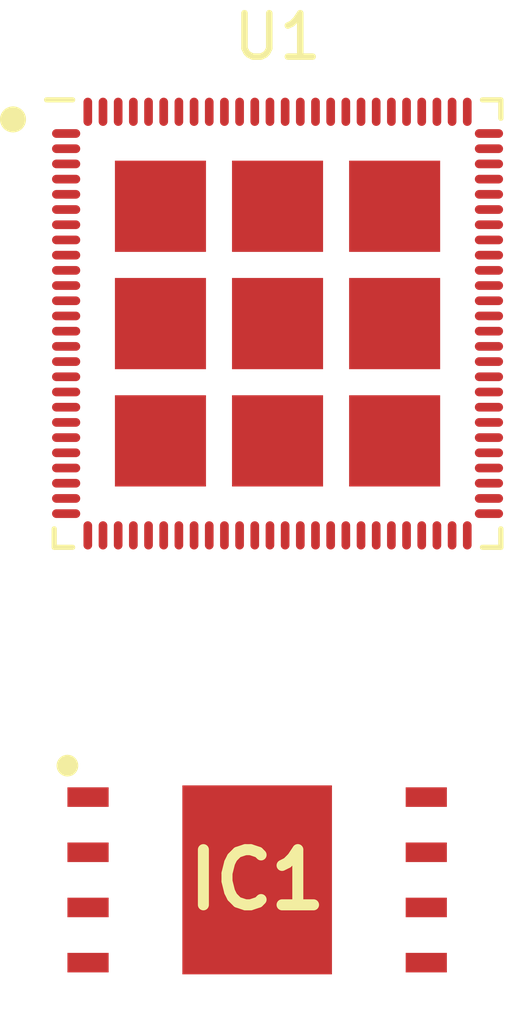
<source format=kicad_pcb>
(kicad_pcb (version 20241229) (generator "pcbnew") (generator_version "9.0")
  (layers (0 "F.Cu" signal) (2 "B.Cu" signal) (13 "F.Paste" user) (15 "B.Paste" user) (5 "F.SilkS" user "F.Silkscreen") (7 "B.SilkS" user "B.Silkscreen") (1 "F.Mask" user) (3 "B.Mask" user) (25 "Edge.Cuts" user))
  (net 0 "")
  (net 3 "GND")
  (net 12 "+3.3V")
  (footprint "PCM_SamacSys_Parts:SON127P800X600X80-9N-D" (layer "F.Cu") (at 156 96.5)
    (property "Reference" "IC1" (at 0 0 0) (layer "F.SilkS") (effects (font (size 1.27 1.27) (thickness 0.254))))
    (property "Value" "W25Q256JVEIQ" (hide yes))
    (fp_circle (center -4.375 -2.63) (end -4.375 -2.505) (stroke (width 0.25)) (fill no) (layer "F.SilkS"))
    (pad "1" smd rect (at -3.9 -1.905 90) (size 0.45 0.95) (layers "F.Cu" "F.Mask" "F.Paste"))
    (pad "2" smd rect (at -3.9 -0.635 90) (size 0.45 0.95) (layers "F.Cu" "F.Mask" "F.Paste"))
    (pad "3" smd rect (at -3.9 0.635 90) (size 0.45 0.95) (layers "F.Cu" "F.Mask" "F.Paste"))
    (pad "4" smd rect (at -3.9 1.905 90) (size 0.45 0.95) (layers "F.Cu" "F.Mask" "F.Paste") (net 3 "GND"))
    (pad "5" smd rect (at 3.9 1.905 90) (size 0.45 0.95) (layers "F.Cu" "F.Mask" "F.Paste"))
    (pad "6" smd rect (at 3.9 0.635 90) (size 0.45 0.95) (layers "F.Cu" "F.Mask" "F.Paste"))
    (pad "7" smd rect (at 3.9 -0.635 90) (size 0.45 0.95) (layers "F.Cu" "F.Mask" "F.Paste"))
    (pad "8" smd rect (at 3.9 -1.905 90) (size 0.45 0.95) (layers "F.Cu" "F.Mask" "F.Paste"))
    (pad "9" smd rect (at 0 0) (size 3.45 4.35) (layers "F.Cu" "F.Mask" "F.Paste"))
  )
  (footprint "PCM_Espressif:ESP32-P4" (layer "F.Cu") (at 156.47 83.695)
    (property "Reference" "U1" (at 0 -6.6 0) (layer "F.SilkS"))
    (property "Value" "~")
    (fp_line (start -5.15 5.15) (end -5.15 4.725) (stroke (width 0.12)) (layer "F.SilkS"))
    (fp_line (start -4.725 -5.15) (end -5.325 -5.15) (stroke (width 0.12)) (layer "F.SilkS"))
    (fp_line (start -4.725 5.15) (end -5.15 5.15) (stroke (width 0.12)) (layer "F.SilkS"))
    (fp_line (start 4.725 -5.15) (end 5.15 -5.15) (stroke (width 0.12)) (layer "F.SilkS"))
    (fp_line (start 4.725 5.15) (end 5.15 5.15) (stroke (width 0.12)) (layer "F.SilkS"))
    (fp_line (start 5.15 -5.15) (end 5.15 -4.725) (stroke (width 0.12)) (layer "F.SilkS"))
    (fp_line (start 5.15 5.15) (end 5.15 4.725) (stroke (width 0.12)) (layer "F.SilkS"))
    (fp_circle (center -6.1 -4.7) (end -5.85 -4.7) (stroke (width 0.1)) (fill yes) (layer "F.SilkS"))
    (pad "1" smd oval (at -4.875 -4.375 90) (size 0.2 0.65) (layers "F.Cu" "F.Mask" "F.Paste"))
    (pad "2" smd oval (at -4.875 -4.025 90) (size 0.2 0.65) (layers "F.Cu" "F.Mask" "F.Paste"))
    (pad "3" smd oval (at -4.875 -3.675 90) (size 0.2 0.65) (layers "F.Cu" "F.Mask" "F.Paste"))
    (pad "4" smd oval (at -4.875 -3.325 90) (size 0.2 0.65) (layers "F.Cu" "F.Mask" "F.Paste"))
    (pad "5" smd oval (at -4.875 -2.975 90) (size 0.2 0.65) (layers "F.Cu" "F.Mask" "F.Paste"))
    (pad "6" smd oval (at -4.875 -2.625 90) (size 0.2 0.65) (layers "F.Cu" "F.Mask" "F.Paste"))
    (pad "7" smd oval (at -4.875 -2.275 90) (size 0.2 0.65) (layers "F.Cu" "F.Mask" "F.Paste"))
    (pad "8" smd oval (at -4.875 -1.925 90) (size 0.2 0.65) (layers "F.Cu" "F.Mask" "F.Paste"))
    (pad "9" smd oval (at -4.875 -1.575 90) (size 0.2 0.65) (layers "F.Cu" "F.Mask" "F.Paste") (net 12 "+3.3V"))
    (pad "10" smd oval (at -4.875 -1.225 90) (size 0.2 0.65) (layers "F.Cu" "F.Mask" "F.Paste"))
    (pad "11" smd oval (at -4.875 -0.875 90) (size 0.2 0.65) (layers "F.Cu" "F.Mask" "F.Paste"))
    (pad "12" smd oval (at -4.875 -0.525 90) (size 0.2 0.65) (layers "F.Cu" "F.Mask" "F.Paste"))
    (pad "13" smd oval (at -4.875 -0.175 90) (size 0.2 0.65) (layers "F.Cu" "F.Mask" "F.Paste"))
    (pad "14" smd oval (at -4.875 0.175 90) (size 0.2 0.65) (layers "F.Cu" "F.Mask" "F.Paste"))
    (pad "15" smd oval (at -4.875 0.525 90) (size 0.2 0.65) (layers "F.Cu" "F.Mask" "F.Paste"))
    (pad "16" smd oval (at -4.875 0.875 90) (size 0.2 0.65) (layers "F.Cu" "F.Mask" "F.Paste"))
    (pad "17" smd oval (at -4.875 1.225 90) (size 0.2 0.65) (layers "F.Cu" "F.Mask" "F.Paste"))
    (pad "18" smd oval (at -4.875 1.575 90) (size 0.2 0.65) (layers "F.Cu" "F.Mask" "F.Paste"))
    (pad "19" smd oval (at -4.875 1.925 90) (size 0.2 0.65) (layers "F.Cu" "F.Mask" "F.Paste"))
    (pad "20" smd oval (at -4.875 2.275 90) (size 0.2 0.65) (layers "F.Cu" "F.Mask" "F.Paste"))
    (pad "21" smd oval (at -4.875 2.625 90) (size 0.2 0.65) (layers "F.Cu" "F.Mask" "F.Paste") (net 12 "+3.3V"))
    (pad "22" smd oval (at -4.875 2.975 90) (size 0.2 0.65) (layers "F.Cu" "F.Mask" "F.Paste"))
    (pad "23" smd oval (at -4.875 3.325 90) (size 0.2 0.65) (layers "F.Cu" "F.Mask" "F.Paste"))
    (pad "24" smd oval (at -4.875 3.675 90) (size 0.2 0.65) (layers "F.Cu" "F.Mask" "F.Paste"))
    (pad "25" smd oval (at -4.875 4.025 90) (size 0.2 0.65) (layers "F.Cu" "F.Mask" "F.Paste"))
    (pad "26" smd oval (at -4.875 4.375 90) (size 0.2 0.65) (layers "F.Cu" "F.Mask" "F.Paste") (net 12 "+3.3V"))
    (pad "27" smd oval (at -4.375 4.875) (size 0.2 0.65) (layers "F.Cu" "F.Mask" "F.Paste"))
    (pad "28" smd oval (at -4.025 4.875) (size 0.2 0.65) (layers "F.Cu" "F.Mask" "F.Paste"))
    (pad "29" smd oval (at -3.675 4.875) (size 0.2 0.65) (layers "F.Cu" "F.Mask" "F.Paste"))
    (pad "30" smd oval (at -3.325 4.875) (size 0.2 0.65) (layers "F.Cu" "F.Mask" "F.Paste"))
    (pad "31" smd oval (at -2.975 4.875) (size 0.2 0.65) (layers "F.Cu" "F.Mask" "F.Paste"))
    (pad "32" smd oval (at -2.625 4.875) (size 0.2 0.65) (layers "F.Cu" "F.Mask" "F.Paste"))
    (pad "33" smd oval (at -2.275 4.875) (size 0.2 0.65) (layers "F.Cu" "F.Mask" "F.Paste"))
    (pad "34" smd oval (at -1.925 4.875) (size 0.2 0.65) (layers "F.Cu" "F.Mask" "F.Paste"))
    (pad "35" smd oval (at -1.575 4.875) (size 0.2 0.65) (layers "F.Cu" "F.Mask" "F.Paste"))
    (pad "36" smd oval (at -1.225 4.875) (size 0.2 0.65) (layers "F.Cu" "F.Mask" "F.Paste"))
    (pad "37" smd oval (at -0.875 4.875) (size 0.2 0.65) (layers "F.Cu" "F.Mask" "F.Paste"))
    (pad "38" smd oval (at -0.525 4.875) (size 0.2 0.65) (layers "F.Cu" "F.Mask" "F.Paste"))
    (pad "39" smd oval (at -0.175 4.875) (size 0.2 0.65) (layers "F.Cu" "F.Mask" "F.Paste"))
    (pad "40" smd oval (at 0.175 4.875) (size 0.2 0.65) (layers "F.Cu" "F.Mask" "F.Paste"))
    (pad "41" smd oval (at 0.525 4.875) (size 0.2 0.65) (layers "F.Cu" "F.Mask" "F.Paste"))
    (pad "42" smd oval (at 0.875 4.875) (size 0.2 0.65) (layers "F.Cu" "F.Mask" "F.Paste"))
    (pad "43" smd oval (at 1.225 4.875) (size 0.2 0.65) (layers "F.Cu" "F.Mask" "F.Paste"))
    (pad "44" smd oval (at 1.575 4.875) (size 0.2 0.65) (layers "F.Cu" "F.Mask" "F.Paste"))
    (pad "45" smd oval (at 1.925 4.875) (size 0.2 0.65) (layers "F.Cu" "F.Mask" "F.Paste"))
    (pad "46" smd oval (at 2.275 4.875) (size 0.2 0.65) (layers "F.Cu" "F.Mask" "F.Paste"))
    (pad "47" smd oval (at 2.625 4.875) (size 0.2 0.65) (layers "F.Cu" "F.Mask" "F.Paste"))
    (pad "48" smd oval (at 2.975 4.875) (size 0.2 0.65) (layers "F.Cu" "F.Mask" "F.Paste"))
    (pad "49" smd oval (at 3.325 4.875) (size 0.2 0.65) (layers "F.Cu" "F.Mask" "F.Paste"))
    (pad "50" smd oval (at 3.675 4.875) (size 0.2 0.65) (layers "F.Cu" "F.Mask" "F.Paste"))
    (pad "51" smd oval (at 4.025 4.875) (size 0.2 0.65) (layers "F.Cu" "F.Mask" "F.Paste"))
    (pad "52" smd oval (at 4.375 4.875) (size 0.2 0.65) (layers "F.Cu" "F.Mask" "F.Paste"))
    (pad "53" smd oval (at 4.875 4.375 90) (size 0.2 0.65) (layers "F.Cu" "F.Mask" "F.Paste"))
    (pad "54" smd oval (at 4.875 4.025 90) (size 0.2 0.65) (layers "F.Cu" "F.Mask" "F.Paste"))
    (pad "55" smd oval (at 4.875 3.675 90) (size 0.2 0.65) (layers "F.Cu" "F.Mask" "F.Paste"))
    (pad "56" smd oval (at 4.875 3.325 90) (size 0.2 0.65) (layers "F.Cu" "F.Mask" "F.Paste"))
    (pad "57" smd oval (at 4.875 2.975 90) (size 0.2 0.65) (layers "F.Cu" "F.Mask" "F.Paste"))
    (pad "58" smd oval (at 4.875 2.625 90) (size 0.2 0.65) (layers "F.Cu" "F.Mask" "F.Paste"))
    (pad "59" smd oval (at 4.875 2.275 90) (size 0.2 0.65) (layers "F.Cu" "F.Mask" "F.Paste"))
    (pad "60" smd oval (at 4.875 1.925 90) (size 0.2 0.65) (layers "F.Cu" "F.Mask" "F.Paste"))
    (pad "61" smd oval (at 4.875 1.575 90) (size 0.2 0.65) (layers "F.Cu" "F.Mask" "F.Paste"))
    (pad "62" smd oval (at 4.875 1.225 90) (size 0.2 0.65) (layers "F.Cu" "F.Mask" "F.Paste") (net 12 "+3.3V"))
    (pad "63" smd oval (at 4.875 0.875 90) (size 0.2 0.65) (layers "F.Cu" "F.Mask" "F.Paste"))
    (pad "64" smd oval (at 4.875 0.525 90) (size 0.2 0.65) (layers "F.Cu" "F.Mask" "F.Paste"))
    (pad "65" smd oval (at 4.875 0.175 90) (size 0.2 0.65) (layers "F.Cu" "F.Mask" "F.Paste"))
    (pad "66" smd oval (at 4.875 -0.175 90) (size 0.2 0.65) (layers "F.Cu" "F.Mask" "F.Paste"))
    (pad "67" smd oval (at 4.875 -0.525 90) (size 0.2 0.65) (layers "F.Cu" "F.Mask" "F.Paste"))
    (pad "68" smd oval (at 4.875 -0.875 90) (size 0.2 0.65) (layers "F.Cu" "F.Mask" "F.Paste"))
    (pad "69" smd oval (at 4.875 -1.225 90) (size 0.2 0.65) (layers "F.Cu" "F.Mask" "F.Paste"))
    (pad "70" smd oval (at 4.875 -1.575 90) (size 0.2 0.65) (layers "F.Cu" "F.Mask" "F.Paste"))
    (pad "71" smd oval (at 4.875 -1.925 90) (size 0.2 0.65) (layers "F.Cu" "F.Mask" "F.Paste"))
    (pad "72" smd oval (at 4.875 -2.275 90) (size 0.2 0.65) (layers "F.Cu" "F.Mask" "F.Paste"))
    (pad "73" smd oval (at 4.875 -2.625 90) (size 0.2 0.65) (layers "F.Cu" "F.Mask" "F.Paste"))
    (pad "74" smd oval (at 4.875 -2.975 90) (size 0.2 0.65) (layers "F.Cu" "F.Mask" "F.Paste"))
    (pad "75" smd oval (at 4.875 -3.325 90) (size 0.2 0.65) (layers "F.Cu" "F.Mask" "F.Paste") (net 12 "+3.3V"))
    (pad "76" smd oval (at 4.875 -3.675 90) (size 0.2 0.65) (layers "F.Cu" "F.Mask" "F.Paste"))
    (pad "77" smd oval (at 4.875 -4.025 90) (size 0.2 0.65) (layers "F.Cu" "F.Mask" "F.Paste"))
    (pad "78" smd oval (at 4.875 -4.375 90) (size 0.2 0.65) (layers "F.Cu" "F.Mask" "F.Paste"))
    (pad "79" smd oval (at 4.375 -4.875) (size 0.2 0.65) (layers "F.Cu" "F.Mask" "F.Paste"))
    (pad "80" smd oval (at 4.025 -4.875) (size 0.2 0.65) (layers "F.Cu" "F.Mask" "F.Paste"))
    (pad "81" smd oval (at 3.675 -4.875) (size 0.2 0.65) (layers "F.Cu" "F.Mask" "F.Paste"))
    (pad "82" smd oval (at 3.325 -4.875) (size 0.2 0.65) (layers "F.Cu" "F.Mask" "F.Paste"))
    (pad "83" smd oval (at 2.975 -4.875) (size 0.2 0.65) (layers "F.Cu" "F.Mask" "F.Paste"))
    (pad "84" smd oval (at 2.625 -4.875) (size 0.2 0.65) (layers "F.Cu" "F.Mask" "F.Paste"))
    (pad "85" smd oval (at 2.275 -4.875) (size 0.2 0.65) (layers "F.Cu" "F.Mask" "F.Paste") (net 12 "+3.3V"))
    (pad "86" smd oval (at 1.925 -4.875) (size 0.2 0.65) (layers "F.Cu" "F.Mask" "F.Paste"))
    (pad "87" smd oval (at 1.575 -4.875) (size 0.2 0.65) (layers "F.Cu" "F.Mask" "F.Paste"))
    (pad "88" smd oval (at 1.225 -4.875) (size 0.2 0.65) (layers "F.Cu" "F.Mask" "F.Paste"))
    (pad "89" smd oval (at 0.875 -4.875) (size 0.2 0.65) (layers "F.Cu" "F.Mask" "F.Paste"))
    (pad "90" smd oval (at 0.525 -4.875) (size 0.2 0.65) (layers "F.Cu" "F.Mask" "F.Paste"))
    (pad "91" smd oval (at 0.175 -4.875) (size 0.2 0.65) (layers "F.Cu" "F.Mask" "F.Paste") (net 12 "+3.3V"))
    (pad "92" smd oval (at -0.175 -4.875) (size 0.2 0.65) (layers "F.Cu" "F.Mask" "F.Paste"))
    (pad "93" smd oval (at -0.525 -4.875) (size 0.2 0.65) (layers "F.Cu" "F.Mask" "F.Paste"))
    (pad "94" smd oval (at -0.875 -4.875) (size 0.2 0.65) (layers "F.Cu" "F.Mask" "F.Paste"))
    (pad "95" smd oval (at -1.225 -4.875) (size 0.2 0.65) (layers "F.Cu" "F.Mask" "F.Paste"))
    (pad "96" smd oval (at -1.575 -4.875) (size 0.2 0.65) (layers "F.Cu" "F.Mask" "F.Paste") (net 12 "+3.3V"))
    (pad "97" smd oval (at -1.925 -4.875) (size 0.2 0.65) (layers "F.Cu" "F.Mask" "F.Paste"))
    (pad "98" smd oval (at -2.275 -4.875) (size 0.2 0.65) (layers "F.Cu" "F.Mask" "F.Paste"))
    (pad "99" smd oval (at -2.625 -4.875) (size 0.2 0.65) (layers "F.Cu" "F.Mask" "F.Paste"))
    (pad "100" smd oval (at -2.975 -4.875) (size 0.2 0.65) (layers "F.Cu" "F.Mask" "F.Paste"))
    (pad "101" smd oval (at -3.325 -4.875) (size 0.2 0.65) (layers "F.Cu" "F.Mask" "F.Paste") (net 12 "+3.3V"))
    (pad "102" smd oval (at -3.675 -4.875) (size 0.2 0.65) (layers "F.Cu" "F.Mask" "F.Paste"))
    (pad "103" smd oval (at -4.025 -4.875) (size 0.2 0.65) (layers "F.Cu" "F.Mask" "F.Paste"))
    (pad "104" smd oval (at -4.375 -4.875) (size 0.2 0.65) (layers "F.Cu" "F.Mask" "F.Paste"))
    (pad "105" smd rect (at -2.7 -2.7) (size 2.1 2.1) (layers "F.Cu" "F.Mask" "F.Paste") (net 3 "GND"))
    (pad "105" smd rect (at -2.7 0) (size 2.1 2.1) (layers "F.Cu" "F.Mask" "F.Paste") (net 3 "GND"))
    (pad "105" smd rect (at -2.7 2.7) (size 2.1 2.1) (layers "F.Cu" "F.Mask" "F.Paste") (net 3 "GND"))
    (pad "105" smd rect (at 0 -2.7) (size 2.1 2.1) (layers "F.Cu" "F.Mask" "F.Paste") (net 3 "GND"))
    (pad "105" smd rect (at 0 0) (size 2.1 2.1) (layers "F.Cu" "F.Mask" "F.Paste") (net 3 "GND"))
    (pad "105" smd rect (at 0 2.7) (size 2.1 2.1) (layers "F.Cu" "F.Mask" "F.Paste") (net 3 "GND"))
    (pad "105" smd rect (at 2.7 -2.7) (size 2.1 2.1) (layers "F.Cu" "F.Mask" "F.Paste") (net 3 "GND"))
    (pad "105" smd rect (at 2.7 0) (size 2.1 2.1) (layers "F.Cu" "F.Mask" "F.Paste") (net 3 "GND"))
    (pad "105" smd rect (at 2.7 2.7) (size 2.1 2.1) (layers "F.Cu" "F.Mask" "F.Paste") (net 3 "GND"))
  )
)
</source>
